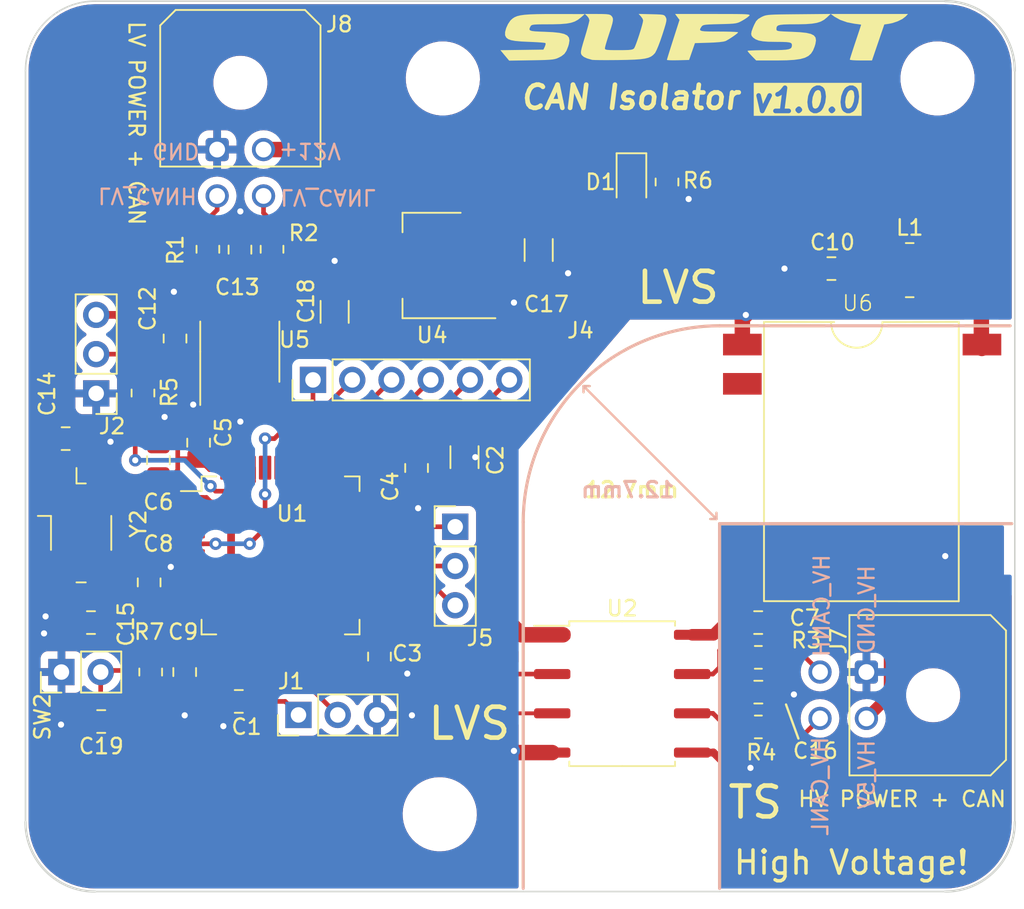
<source format=kicad_pcb>
(kicad_pcb (version 20221018) (generator pcbnew)
  (title_block (title "CAN Isolator") (date "2024-02-08") (rev "1.0.0") (company "SUFST - Southampton University Formula Student Team") (comment 1 "STAG X") (comment 2 "Tom Bodily") (comment 3 "Joe Pater"))
  (layers (0 "F.Cu" signal) (31 "B.Cu" signal) (34 "B.Paste" user) (35 "F.Paste" user) (36 "B.SilkS" user "B.Silkscreen") (37 "F.SilkS" user "F.Silkscreen") (38 "B.Mask" user) (39 "F.Mask" user) (44 "Edge.Cuts" user))
  (net 0 "")
  (net 1 "+3.3V")
  (net 2 "GND")
  (net 3 "+3.3VA")
  (net 4 "+12V")
  (net 5 "Net-(C13-Pad1)")
  (net 6 "Net-(U1-PD0)")
  (net 7 "Net-(U1-PD1)")
  (net 8 "Net-(C16-Pad1)")
  (net 9 "GND2")
  (net 10 "Net-(D1-K)")
  (net 11 "Net-(J1-Pin_2)")
  (net 12 "Net-(J2-Pin_2)")
  (net 13 "USART1_RX")
  (net 14 "USART1_TX")
  (net 15 "USART1_CK")
  (net 16 "SYS_NJTRST")
  (net 17 "SYS_JTDI")
  (net 18 "SYS_JTDO")
  (net 19 "SYS_JTCK-SW")
  (net 20 "SYS_JTMS-SWDIO")
  (net 21 "HV_CANL")
  (net 22 "HV_CANH")
  (net 23 "LV_CANL")
  (net 24 "LV_CANH")
  (net 25 "Net-(U6-+VIN)")
  (net 26 "Net-(U1-BOOT0)")
  (net 48 "MCU_CAN2_RX")
  (net 49 "MCU_CAN2_TX")
  (net 65 "MCU_CAN1_RX")
  (net 66 "MCU_CAN1_TX")
  (net 67 "+5P")
  (net 72 "NReset")
  (footprint "Resistor_SMD:R_0805_2012Metric_Pad1.20x1.40mm_HandSolder" (layer "F.Cu") (at 178.31 99.35)
    (fp_text reference "R3")
    (fp_text value "60R")
  )
  (footprint "Capacitor_SMD:C_1206_3216Metric_Pad1.33x1.80mm_HandSolder" (layer "F.Cu") (at 159.3 86.4 -90)
    (fp_text reference "C2")
    (fp_text value "4.7u")
  )
  (footprint "Capacitor_SMD:C_0805_2012Metric_Pad1.18x1.45mm_HandSolder" (layer "F.Cu") (at 138.9 94.5 90)
    (fp_text reference "C8")
    (fp_text value "10n")
  )
  (footprint "Connector_PinHeader_2.54mm:PinHeader_1x03_P2.54mm_Vertical" (layer "F.Cu") (at 148.56 103.075 90)
    (fp_text reference "J1")
    (fp_text value "BOOT1")
  )
  (footprint "Capacitor_SMD:C_1206_3216Metric_Pad1.33x1.80mm_HandSolder" (layer "F.Cu") (at 164.1 73 -90)
    (fp_text reference "C17")
    (fp_text value "10u")
  )
  (footprint "Capacitor_SMD:C_0805_2012Metric_Pad1.18x1.45mm_HandSolder" (layer "F.Cu") (at 140.575 78.725 -90)
    (fp_text reference "C12")
    (fp_text value "100n")
  )
  (footprint "Capacitor_SMD:C_0805_2012Metric_Pad1.18x1.45mm_HandSolder" (layer "F.Cu") (at 183.0375 74.2 180)
    (fp_text reference "C10")
    (fp_text value "10u")
  )
  (footprint "Capacitor_SMD:C_0805_2012Metric_Pad1.18x1.45mm_HandSolder" (layer "F.Cu") (at 144.775 72.975 90)
    (fp_text reference "C13")
    (fp_text value "4.7n")
  )
  (footprint "SUFST:RLS-397" (layer "F.Cu") (at 188.1 74.3)
    (fp_text reference "L1")
    (fp_text value "3.9u")
  )
  (footprint "Capacitor_SMD:C_0805_2012Metric_Pad1.18x1.45mm_HandSolder" (layer "F.Cu") (at 178.3 97.1)
    (fp_text reference "C7")
    (fp_text value "10u")
  )
  (footprint "Package_SO:SOIC-8_3.9x4.9mm_P1.27mm" (layer "F.Cu") (at 144.765 79.575 90)
    (fp_text reference "U5")
    (fp_text value "MAX3051ESA+")
  )
  (footprint "Capacitor_SMD:C_0805_2012Metric_Pad1.18x1.45mm_HandSolder" (layer "F.Cu") (at 139.5 86.6 90)
    (fp_text reference "C6")
    (fp_text value "100n")
  )
  (footprint "Capacitor_SMD:C_0805_2012Metric_Pad1.18x1.45mm_HandSolder" (layer "F.Cu") (at 142.1 85.4625 90)
    (fp_text reference "C5")
    (fp_text value "100n")
  )
  (footprint "Resistor_SMD:R_0805_2012Metric_Pad1.20x1.40mm_HandSolder" (layer "F.Cu") (at 178.31 103.85 180)
    (fp_text reference "R4")
    (fp_text value "60R")
  )
  (footprint "Connector_Molex:Molex_Micro-Fit_3.0_43045-0400_2x02_P3.00mm_Horizontal" (layer "F.Cu") (at 143.3 66.5)
    (fp_text reference "J8")
    (fp_text value "LOWVOLTAGE CAN")
  )
  (footprint "SUFST:SMDIP-14_15.5mm" (layer "F.Cu") (at 177.275 79.115)
    (fp_text reference "U6")
    (fp_text value "RSH3-1205S")
  )
  (footprint "Resistor_SMD:R_0805_2012Metric_Pad1.20x1.40mm_HandSolder" (layer "F.Cu") (at 146.85 72.95 -90)
    (fp_text reference "R2")
    (fp_text value "60R")
  )
  (footprint "Capacitor_SMD:C_0805_2012Metric_Pad1.18x1.45mm_HandSolder" (layer "F.Cu") (at 178.31 101.6)
    (fp_text reference "C16")
    (fp_text value "4.7n")
  )
  (footprint "SUFST:sufst-text" (layer "F.Cu") (at 174.8 59.2)
    (fp_text reference "G***" hide)
    (fp_text value "LOGO" hide)
  )
  (footprint "Package_TO_SOT_SMD:SOT-223-3_TabPin2" (layer "F.Cu") (at 157.2 74 180)
    (fp_text reference "U4")
    (fp_text value "AZ1117CH-3.3TRG1")
  )
  (footprint "Connector_PinHeader_2.54mm:PinHeader_1x02_P2.54mm_Vertical" (layer "F.Cu") (at 133.225 100.3 90)
    (fp_text reference "SW2")
    (fp_text value "SW_Push")
  )
  (footprint "LED_SMD:LED_0805_2012Metric_Pad1.15x1.40mm_HandSolder" (layer "F.Cu") (at 170.1 68.6 -90)
    (fp_text reference "D1")
    (fp_text value "LED")
  )
  (footprint "MountingHole:MountingHole_4.3mm_M4" (layer "F.Cu") (at 157.7 109.5)
    (fp_text reference "H1" hide)
    (fp_text value "MountingHole")
  )
  (footprint "Resistor_SMD:R_0805_2012Metric_Pad1.20x1.40mm_HandSolder" (layer "F.Cu") (at 142.7 72.95 90)
    (fp_text reference "R1")
    (fp_text value "60R")
  )
  (footprint "Capacitor_SMD:C_1206_3216Metric_Pad1.33x1.80mm_HandSolder" (layer "F.Cu") (at 150.9 77 90)
    (fp_text reference "C18")
    (fp_text value "22u")
  )
  (footprint "MountingHole:MountingHole_4.3mm_M4" (layer "F.Cu") (at 157.9 61.9)
    (fp_text reference "H2" hide)
    (fp_text value "MountingHole")
  )
  (footprint "Connector_PinHeader_2.54mm:PinHeader_1x03_P2.54mm_Vertical" (layer "F.Cu") (at 135.475 82.275 180)
    (fp_text reference "J2")
    (fp_text value "BOOT0")
  )
  (footprint "Resistor_SMD:R_0805_2012Metric_Pad1.20x1.40mm_HandSolder" (layer "F.Cu") (at 139 100.3 90)
    (fp_text reference "R7")
    (fp_text value "10k")
  )
  (footprint "Crystal:Crystal_SMD_0603-4Pin_6.0x3.5mm_HandSoldering" (layer "F.Cu") (at 134.5 91.3 -90)
    (fp_text reference "Y2")
    (fp_text value "406C35E25M00000")
  )
  (footprint "Connector_PinHeader_2.54mm:PinHeader_1x06_P2.54mm_Vertical" (layer "F.Cu") (at 149.5 81.4 90)
    (fp_text reference "J4")
    (fp_text value "JTAG5")
  )
  (footprint "Resistor_SMD:R_0805_2012Metric_Pad1.20x1.40mm_HandSolder" (layer "F.Cu") (at 172.4 68.6 90)
    (fp_text reference "R6")
    (fp_text value "1k")
  )
  (footprint "Package_QFP:LQFP-64_10x10mm_P0.5mm" (layer "F.Cu") (at 147.4 92.755)
    (fp_text reference "U1")
    (fp_text value "STM32F105RBTx")
  )
  (footprint "Capacitor_SMD:C_0805_2012Metric_Pad1.18x1.45mm_HandSolder" (layer "F.Cu") (at 156.2 87.1 -90)
    (fp_text reference "C4")
    (fp_text value "100n")
  )
  (footprint "Capacitor_SMD:C_0805_2012Metric_Pad1.18x1.45mm_HandSolder" (layer "F.Cu") (at 135.8 103.5 180)
    (fp_text reference "C19")
    (fp_text value "100n")
  )
  (footprint "Connector_Molex:Molex_Micro-Fit_3.0_43045-0400_2x02_P3.00mm_Horizontal" (layer "F.Cu") (at 185.3 100.3 -90)
    (fp_text reference "J7")
    (fp_text value "HIGHVOLTAGE CAN")
  )
  (footprint "Connector_PinHeader_2.54mm:PinHeader_1x03_P2.54mm_Vertical" (layer "F.Cu") (at 158.7 90.9)
    (fp_text reference "J5")
    (fp_text value "USART1")
  )
  (footprint "Capacitor_SMD:C_0805_2012Metric_Pad1.18x1.45mm_HandSolder" (layer "F.Cu") (at 144.7 102.2 180)
    (fp_text reference "C1")
    (fp_text value "100n")
  )
  (footprint "Resistor_SMD:R_0805_2012Metric_Pad1.20x1.40mm_HandSolder" (layer "F.Cu") (at 138.5 82.25 -90)
    (fp_text reference "R5")
    (fp_text value "100")
  )
  (footprint "Capacitor_SMD:C_0805_2012Metric_Pad1.18x1.45mm_HandSolder" (layer "F.Cu") (at 135.1375 97.1 180)
    (fp_text reference "C15")
    (fp_text value "20p")
  )
  (footprint "Capacitor_SMD:C_0805_2012Metric_Pad1.18x1.45mm_HandSolder" (layer "F.Cu") (at 141.2 100.3 -90)
    (fp_text reference "C9")
    (fp_text value "1u")
  )
  (footprint "Package_SO:SOP-8_6.62x9.15mm_P2.54mm" (layer "F.Cu") (at 169.5 101.7)
    (fp_text reference "U2")
    (fp_text value "ISO1050DUB")
  )
  (footprint "MountingHole:MountingHole_4.3mm_M4" (layer "F.Cu") (at 189.9 61.9)
    (fp_text reference "H3" hide)
    (fp_text value "MountingHole")
  )
  (footprint "Capacitor_SMD:C_0805_2012Metric_Pad1.18x1.45mm_HandSolder" (layer "F.Cu") (at 133.5 85.2)
    (fp_text reference "C14")
    (fp_text value "20p")
  )
  (footprint "Capacitor_SMD:C_0805_2012Metric_Pad1.18x1.45mm_HandSolder" (layer "F.Cu") (at 153.8 99.3 -90)
    (fp_text reference "C3")
    (fp_text value "100n")
  )
  (footprint "NetTie:NetTie-2_SMD_Pad0.5mm" (layer "F.Cu") (at 140.4 97.1)
    (fp_text reference "NT1" hide)
    (fp_text value "NetTie_2" hide)
  )
  (gr_line (start 167 81.8) (end 167 82.2) (stroke (width 0.15)) (layer "B.SilkS"))
  (gr_line (start 163.1 114.3) (end 163.1 90.6) (stroke (width 0.2)) (layer "B.SilkS"))
  (gr_line (start 175.8 77.9) (end 194.6 77.9) (stroke (width 0.2)) (layer "B.SilkS"))
  (gr_line (start 167 81.8) (end 167.4 81.8) (stroke (width 0.15)) (layer "B.SilkS"))
  (gr_line (start 175.8 90.7) (end 175.8 114.3) (stroke (width 0.2)) (layer "B.SilkS"))
  (gr_line (start 175.6 90.4) (end 175.6 90) (stroke (width 0.15)) (layer "B.SilkS"))
  (gr_arc (start 163.1 90.6) (mid 166.819744 81.619744) (end 175.8 77.9) (stroke (width 0.2)) (layer "B.SilkS"))
  (gr_line (start 175.8 90.7) (end 194.7 90.7) (stroke (width 0.2)) (layer "B.SilkS"))
  (gr_line (start 175.6 90.4) (end 175.2 90.4) (stroke (width 0.15)) (layer "B.SilkS"))
  (gr_line (start 175.6 90.4) (end 167 81.8) (stroke (width 0.15)) (layer "B.SilkS"))
  (gr_line (start 175.8 90.8) (end 175.8 114.2) (stroke (width 0.2)) (layer "F.SilkS"))
  (gr_line (start 180.9 104.6) (end 180.1 102.4) (stroke (width 0.15)) (layer "F.SilkS"))
  (gr_line (start 175.8 77.9) (end 178.3 77.9) (stroke (width 0.2)) (layer "F.SilkS"))
  (gr_line (start 175.8 90.7) (end 178.3 90.7) (stroke (width 0.2)) (layer "F.SilkS"))
  (gr_line (start 191.7 77.9) (end 194.6 77.9) (stroke (width 0.2)) (layer "F.SilkS"))
  (gr_arc (start 163.1 90.6) (mid 166.819744 81.619744) (end 175.8 77.9) (stroke (width 0.2)) (layer "F.SilkS"))
  (gr_line (start 175.6 90.4) (end 167 81.8) (stroke (width 0.15)) (layer "F.SilkS"))
  (gr_line (start 179.05 90.7) (end 190.9 90.7) (stroke (width 0.2)) (layer "F.SilkS"))
  (gr_line (start 175.6 90.4) (end 175.2 90.4) (stroke (width 0.15)) (layer "F.SilkS"))
  (gr_line (start 179.1 77.9) (end 182.6 77.9) (stroke (width 0.2)) (layer "F.SilkS"))
  (gr_line (start 191.65 90.7) (end 194.7 90.7) (stroke (width 0.2)) (layer "F.SilkS"))
  (gr_line (start 175.6 90.4) (end 175.6 90) (stroke (width 0.15)) (layer "F.SilkS"))
  (gr_line (start 163.1 114.2) (end 163.1 90.6) (stroke (width 0.2)) (layer "F.SilkS"))
  (gr_line (start 167 81.8) (end 167 82.2) (stroke (width 0.15)) (layer "F.SilkS"))
  (gr_line (start 167 81.8) (end 167.4 81.8) (stroke (width 0.15)) (layer "F.SilkS"))
  (gr_line (start 186.7 77.9) (end 190.9 77.9) (stroke (width 0.2)) (layer "F.SilkS"))
  (gr_line (start 135.4 56.9) (end 190.4 56.9) (stroke (width 0.1)) (layer "Edge.Cuts"))
  (gr_line (start 190.4 114.5) (end 135.4 114.5) (stroke (width 0.1)) (layer "Edge.Cuts"))
  (gr_arc (start 190.4 56.9) (mid 193.581981 58.218019) (end 194.9 61.4) (stroke (width 0.15)) (layer "Edge.Cuts"))
  (gr_line (start 130.9 110) (end 130.9 61.4) (stroke (width 0.1)) (layer "Edge.Cuts"))
  (gr_arc (start 130.9 61.4) (mid 132.218019 58.218019) (end 135.4 56.9) (stroke (width 0.1)) (layer "Edge.Cuts"))
  (gr_line (start 194.9 61.4) (end 194.9 110) (stroke (width 0.1)) (layer "Edge.Cuts"))
  (gr_arc (start 135.4 114.5) (mid 132.218019 113.181981) (end 130.9 110) (stroke (width 0.15)) (layer "Edge.Cuts"))
  (gr_arc (start 194.9 110) (mid 193.581981 113.181981) (end 190.4 114.5) (stroke (width 0.15)) (layer "Edge.Cuts"))
  (gr_text "+12V" (at 147.2 66 180) (layer "B.SilkS") (effects (font (size 1 1)) (justify left bottom mirror)))
  (gr_text "HV_CANH" (at 183 92.6 90) (layer "B.SilkS") (effects (font (size 1 1)) (justify left bottom mirror)))
  (gr_text "LV_CANH" (at 135.5 68.9 180) (layer "B.SilkS") (effects (font (size 1 1)) (justify left bottom mirror)))
  (gr_text "LV_CANL" (at 147.3 69 180) (layer "B.SilkS") (effects (font (size 1 1)) (justify left bottom mirror)))
  (gr_text "HV_5V" (at 185.9 104.6 90) (layer "B.SilkS") (effects (font (size 1 1)) (justify left bottom mirror)))
  (gr_text "GND" (at 139 66 180) (layer "B.SilkS") (effects (font (size 1 1)) (justify left bottom mirror)))
  (gr_text "HV_CANL" (at 182.9 104.4 90) (layer "B.SilkS") (effects (font (size 1 1)) (justify left bottom mirror)))
  (gr_text "HV_GND" (at 185.9 93.3 90) (layer "B.SilkS") (effects (font (size 1 1)) (justify left bottom mirror)))
  (gr_text "12.7mm" (at 173 89.1) (layer "B.SilkS") (effects (font (size 1 1) (thickness 0.2) bold) (justify left bottom mirror)))
  (gr_text "LVS" (at 156.8 104.8) (layer "F.SilkS") (effects (font (size 2 2) (thickness 0.3)) (justify left bottom)))
  (gr_text "LVS" (at 170.3 76.6) (layer "F.SilkS") (effects (font (size 2 2) (thickness 0.3)) (justify left bottom)))
  (gr_text "v1.0.0" (at 177.8 64.2) (layer "F.SilkS" knockout) (effects (font (size 1.5 1.5) (thickness 0.3) bold italic) (justify left bottom)))
  (gr_text "HV POWER + CAN" (at 180.8 109.1) (layer "F.SilkS") (effects (font (size 1 1)) (justify left bottom)))
  (gr_text "TS" (at 176.2 109.9) (layer "F.SilkS") (effects (font (size 2 2) (thickness 0.3)) (justify left bottom)))
  (gr_text "High Voltage!" (at 176.6 113.5) (layer "F.SilkS") (effects (font (size 1.5 1.5) (thickness 0.225)) (justify left bottom)))
  (gr_text "CAN Isolator" (at 162.8 64) (layer "F.SilkS") (effects (font (size 1.5 1.5) (thickness 0.3) bold italic) (justify left bottom)))
  (gr_text "LV POWER + CAN" (at 137.5 58.1 270) (layer "F.SilkS") (effects (font (size 1 1)) (justify left bottom)))
  (gr_text "12.7mm" (at 167 89.1) (layer "F.SilkS") (effects (font (size 1 1) (thickness 0.2) bold) (justify left bottom)))
  (segment (start 140.905 97.105) (end 140.9 97.1) (width 0.5) (layer "F.Cu") (net 1))
  (segment (start 144.65 97) (end 144.65 98.43) (width 0.3) (layer "F.Cu") (net 1))
  (segment (start 165.2 82.1) (end 162.4625 84.8375) (width 1) (layer "F.Cu") (net 1))
  (segment (start 147.7 102.2) (end 145.7375 102.2) (width 0.3) (layer "F.Cu") (net 1))
  (segment (start 136.795 77.195) (end 135.475 77.195) (width 0.5) (layer "F.Cu") (net 1))
  (segment (start 140.95 80.1375) (end 140.575 79.7625) (width 0.3) (layer "F.Cu") (net 1))
  (segment (start 144.2 90.6) (end 143 89.4) (width 0.5) (layer "F.Cu") (net 1))
  (segment (start 156.7 85.9625) (end 156.7 85.8) (width 1) (layer "F.Cu") (net 1))
  (segment (start 155.6 74) (end 157 75.4) (width 1) (layer "F.Cu") (net 1))
  (segment (start 156.8375 78.5625) (end 156.9 78.5) (width 1) (layer "F.Cu") (net 1))
  (segment (start 141.2 99.2625) (end 139.0625 99.2625) (width 0.5) (layer "F.Cu") (net 1))
  (segment (start 139.0625 99.2625) (end 139 99.2) (width 0.5) (layer "F.Cu") (net 1))
  (segment (start 140.5375 79.8) (end 139.4 79.8) (width 0.5) (layer "F.Cu") (net 1))
  (segment (start 161.7 84.9375) (end 161.8 84.8375) (width 1) (layer "F.Cu") (net 1))
  (segment (start 145.4 82.05) (end 145.4 79.7) (width 0.5) (layer "F.Cu") (net 1))
  (segment (start 143.65 87.08) (end 143.53 87.2) (width 0.3) (layer "F.Cu") (net 1))
  (segment (start 142.1 86.5) (end 140.75 86.5) (width 0.3) (layer "F.Cu") (net 1))
  (segment (start 143.53 87.2) (end 142.8 87.2) (width 0.3) (layer "F.Cu") (net 1))
  (segment (start 142.8 87.2) (end 141.9375 86.3375) (width 0.3) (layer "F.Cu") (net 1))
  (segment (start 141.4375 97.105) (end 140.905 97.105) (width 0.5) (layer "F.Cu") (net 1))
  (segment (start 142.605 89.005) (end 143 89.4) (width 0.3) (layer "F.Cu") (net 1))
  (segment (start 148.3375 78.5625) (end 150.9 78.5625) (width 0.5) (layer "F.Cu") (net 1))
  (segment (start 144.2 97) (end 144.2 90.6) (width 0.5) (layer "F.Cu") (net 1))
  (segment (start 164.65 78.55) (end 165.2 79.1) (width 1) (layer "F.Cu") (net 1))
  (segment (start 161.7 96.6) (end 161.7 84.9375) (width 1) (layer "F.Cu") (net 1))
  (segment (start 151.15 98.43) (end 153.6325 98.43) (width 0.3) (layer "F.Cu") (net 1))
  (segment (start 140.75 87.25) (end 140.75 86.5) (width 0.3) (layer "F.Cu") (net 1))
  (segment (start 165.2 79.1) (end 165.2 82.1) (width 1) (layer "F.Cu") (net 1))
  (segment (start 142.647462 97.1) (end 150.7 97.1) (width 0.5) (layer "F.Cu") (net 1))
  (segment (start 158.5 74.25) (end 157 75.75) (width 1) (layer "F.Cu") (net 1))
  (segment (start 148.56 103.075) (end 148.56 103.06) (width 0.3) (layer "F.Cu") (net 1))
  (segment (start 162.99 97.89) (end 161.7 96.6) (width 1) (layer "F.Cu") (net 1))
  (segment (start 139.755 89.005) (end 139.5 88.75) (width 0.3) (layer "F.Cu") (net 1))
  (segment (start 141.9375 86.3375) (end 141.7625 86.3375) (width 0.3) (layer "F.Cu") (net 1))
  (segment (start 145.7375 100.4375) (end 145.7375 102.2) (width 0.3) (layer "F.Cu") (net 1))
  (segment (start 156.95 78.55) (end 164.65 78.55) (width 1) (layer "F.Cu") (net 1))
  (segment (start 161.8 84.8375) (end 161.3 84.8375) (width 1) (layer "F.Cu") (net 1))
  (segment (start 144.65 99.35) (end 145.7375 100.4375) (width 0.3) (layer "F.Cu") (net 1))
  (segment (start 153.6325 98.43) (end 153.8 98.2625) (width 0.3) (layer "F.Cu") (net 1))
  (segment (start 157 75.4) (end 157 75.75) (width 1) (layer "F.Cu") (net 1))
  (segment (start 139.5 87.6375) (end 140.3625 87.6375) (width 0.3) (layer "F.Cu") (net 1))
  (segment (start 154.05 74) (end 155.6 74) (width 1) (layer "F.Cu") (net 1))
  (segment (start 139.5 88.75) (end 139.5 87.6375) (width 0.3) (layer "F.Cu") (net 1))
  (segment (start 157 75.75) (end 157 78.2) (width 1) (layer "F.Cu") (net 1))
  (segment (start 141.725 89.005) (end 139.755 89.005) (width 0.3) (layer "F.Cu") (net 1))
  (segment (start 162.4625 84.8375) (end 161.8 84.8375) (width 1) (layer "F.Cu") (net 1))
  (segment (start 141.4375 99.1) (end 141.4375 97.105) (width 0.5) (layer "F.Cu") (net 1))
  (segment (start 140.3625 87.6375) (end 140.75 87.25) (width 0.3) (layer "F.Cu") (net 1))
  (segment (start 156.9 78.5) (end 156.95 78.55) (width 1) (layer "F.Cu") (net 1))
  (segment (start 155.6375 85.9625) (end 156.7 85.9625) (width 0.3) (layer "F.Cu") (net 1))
  (segment (start 160.35 74.25) (end 158.5 74.25) (width 1) (layer "F.Cu") (net 1))
  (segment (start 153.075 89.005) (end 153.075 88.525) (width 0.3) (layer "F.Cu") (net 1))
  (segment (start 142.642462 97.105) (end 142.647462 97.1) (width 0.5) (layer "F.Cu") (net 1))
  (segment (start 150.9 78.5625) (end 156.8375 78.5625) (width 1) (layer "F.Cu") (net 1))
  (segment (start 140.575 79.7625) (end 140.5375 79.8) (width 0.5) (layer "F.Cu") (net 1))
  (segment (start 156.4175 85.6625) (end 156.7 85.6625) (width 0.3) (layer "F.Cu") (net 1))
  (segment (start 153.075 88.525) (end 155.6375 85.9625) (width 0.3) (layer "F.Cu") (net 1))
  (segment (start 147.2 79.7) (end 148.3375 78.5625) (width 0.5) (layer "F.Cu") (net 1))
  (segment (start 148.56 103.06) (end 147.7 102.2) (width 0.3) (layer "F.Cu") (net 1))
  (segment (start 140.75 86.5) (end 140.75 79.9375) (width 0.3) (layer "F.Cu") (net 1))
  (segment (start 151.15 97.55) (end 150.7 97.1) (width 0.3) (layer "F.Cu") (net 1))
  (segment (start 140.75 79.9375) (end 140.575 79.7625) (width 0.3) (layer "F.Cu") (net 1))
  (segment (start 145.4 79.7) (end 140.6375 79.7) (width 0.5) (layer "F.Cu") (net 1))
  (segment (start 144.65 98.43) (end 144.65 99.35) (width 0.3) (layer "F.Cu") (net 1))
  (segment (start 161.3 84.8375) (end 159.3 84.8375) (width 1) (layer "F.Cu") (net 1))
  (segment (start 145.4 79.7) (end 147.2 79.7) (width 0.5) (layer "F.Cu") (net 1))
  (segment (start 165.675 97.89) (end 162.99 97.89) (width 1) (layer "F.Cu") (net 1))
  (segment (start 156.7 85.8) (end 157.6625 84.8375) (width 1) (layer "F.Cu") (net 1))
  (segment (start 139.4 79.8) (end 136.795 77.195) (width 0.5) (layer "F.Cu") (net 1))
  (segment (start 140.6375 79.7) (end 140.575 79.7625) (width 0.5) (layer "F.Cu") (net 1))
  (segment (start 141.4375 97.105) (end 142.642462 97.105) (width 0.5) (layer "F.Cu") (net 1))
  (segment (start 141.725 89.005) (end 142.605 89.005) (width 0.3) (layer "F.Cu") (net 1))
  (segment (start 151.15 98.43) (end 151.15 97.55) (width 0.3) (layer "F.Cu") (net 1))
  (segment (start 157.6625 84.8375) (end 159.3 84.8375) (width 1) (layer "F.Cu") (net 1))
  (segment (start 139.9 85.1625) (end 139.5 85.5625) (width 0.5) (layer "F.Cu") (net 2))
  (segment (start 177.275 79.115) (end 177.275 77.425) (width 1) (layer "F.Cu") (net 2))
  (segment (start 144.13 82.05) (end 144.13 83.43) (width 0.5) (layer "F.Cu") (net 2))
  (segment (start 144.13 83.43) (end 144.8 84.1) (width 0.5) (layer "F.Cu") (net 2))
  (segment (start 162.61 105.51) (end 162.5 105.4) (width 1) (layer "F.Cu") (net 2))
  (segment (start 139.9 83.8) (end 139.9 85.1625) (width 0.5) (layer "F.Cu") (net 2))
  (segment (start 150.65 98.43) (end 150.65 99.65) (width 0.3) (layer "F.Cu") (net 2))
  (segment (start 138.9 93.4625) (end 138.9 94.2) (width 0.3) (layer "F.Cu") (net 2))
  (segment (start 144.15 85.5875) (end 142.9875 84.425) (width 0.3) (layer "F.Cu") (net 2))
  (segment (start 141.75 83) (end 141.75 84.075) (width 0.5) (layer "F.Cu") (net 2))
  (segment (start 153.075 89.505) (end 154.8325 89.505) (width 0.3) (layer "F.Cu") (net 2))
  (segment (start 144.15 99.45) (end 143.6625 99.9375) (width 0.3) (layer "F.Cu") (net 2))
  (segment (start 159.225 88.0375) (end 159.3 87.9625) (width 1) (layer "F.Cu") (net 2))
  (segment (start 141.5125 77.6875) (end 142.1 77.1) (width 0.5) (layer "F.Cu") (net 2))
  (segment (start 138.9 93.5625) (end 140.2375 93.5625) (width 0.3) (layer "F.Cu") (net 2))
  (segment (start 144.15 98.43) (end 144.15 99.45) (width 0.3) (layer "F.Cu") (net 2))
  (segment (start 132.8775 94.0225) (end 132.95 93.95) (width 0.5) (layer "F.Cu") (net 2))
  (segment (start 140.575 77.6875) (end 141.5125 77.6875) (width 0.5) (layer "F.Cu") (net 2))
  (segment (start 150.65 99.65) (end 151.3375 100.3375) (width 0.3) (layer "F.Cu") (net 2))
  (segment (start 151.3375 100.3375) (end 153.8 100.3375) (width 0.3) (layer "F.Cu") (net 2))
  (segment (start 150.9 73.739927) (end 150.859622 73.699549) (width 0.5) (layer "F.Cu") (net 2))
  (segment (start 143.6625 99.9375) (end 143.6625 102.2) (width 0.3) (layer "F.Cu") (net 2))
  (segment (start 150.8375 75.4375) (end 150.8 75.4) (width 0.3) (layer "F.Cu") (net 2))
  (segment (start 142.1 77.1) (end 142.86 77.1) (width 0.5) (layer "F.Cu") (net 2))
  (segment (start 140.2375 93.5625) (end 140.3 93.5) (width 0.3) (layer "F.Cu") (net 2))
  (segment (start 139.205 94.505) (end 141.725 94.505) (width 0.3) (layer "F.Cu") (net 2))
  (segment (start 154.8325 89.505) (end 156.2 88.1375) (width 0.3) (layer "F.Cu") (net 2))
  (segment (start 138.9 94.2) (end 139.205 94.505) (width 0.3) (layer "F.Cu") (net 2))
  (segment (start 142.9875 84.425) (end 142.2625 84.425) (width 0.3) (layer "F.Cu") (net 2))
  (segment (start 135.6375 88.2375) (end 136.05 88.65) (width 0.5) (layer "F.Cu") (net 2))
  (segment (start 141.75 84.075) (end 142.1 84.425) (width 0.5) (layer "F.Cu") (net 2))
  (segment (start 150.9 75.4375) (end 150.8375 75.4375) (width 0.3) (layer "F.Cu") (net 2))
  (segment (start 144.15 87.08) (end 144.15 85.5875) (width 0.3) (layer "F.Cu") (net 2))
  (segment (start 177.275 77.425) (end 177.5 77.2) (width 1) (layer "F.Cu") (net 2))
  (segment (start 164.975 105.51) (end 162.61 105.51) (width 1) (layer "F.Cu") (net 2))
  (via (at 144.8 84.1) (size 0.8) (drill 0.4) (layers "F.Cu" "B.Cu") (net 2))
  (via (at 132.1 97.8) (size 0.8) (drill 0.4) (layers "F.Cu" "B.Cu") (net 2))
  (via (at 141.75 83) (size 0.8) (drill 0.4) (layers "F.Cu" "B.Cu") (net 2))
  (via (at 140.3 93.5) (size 0.8) (drill 0.4) (layers "F.Cu" "B.Cu") (net 2))
  (via (at 162.5 105.4) (size 0.8) (drill 0.4) (layers "F.Cu" "B.Cu") (net 2))
  (via (at 144.8 70.5) (size 0.8) (drill 0.4) (layers "F.Cu" "B.Cu") (net 2))
  (via (at 155.6 100.4) (size 0.8) (drill 0.4) (layers "F.Cu" "B.Cu") (net 2))
  (via (at 180 74.2) (size 0.8) (drill 0.4) (layers "F.Cu" "B.Cu") (net 2))
  (via (at 150.9 73.7) (size 0.8) (drill 0.4) (layers "F.Cu" "B.Cu") (net 2))
  (via (at 177.5 77.2) (size 0.8) (drill 0.4) (layers "F.Cu" "B.Cu") (net 2))
  (via (at 166 74.5) (size 0.8) (drill 0.4) (layers "F.Cu" "B.Cu") (net 2))
  (via (at 139.9 83.8) (size 0.8) (drill 0.4) (layers "F.Cu" "B.Cu") (net 2))
  (via (at 132.2 96.7) (size 0.8) (drill 0.4) (layers "F.Cu" "B.Cu") (net 2))
  (via (at 156.3 89.7) (size 0.8) (drill 0.4) (layers "F.Cu" "B.Cu") (net 2))
  (via (at 155.9 103.1) (size 0.8) (drill 0.4) (layers "F.Cu" "B.Cu") (net 2))
  (via (at 136.4 85.4) (size 0.8) (drill 0.4) (layers "F.Cu" "B.Cu") (net 2))
  (via (at 173.8 69.7) (size 0.8) (drill 0.4) (layers "F.Cu" "B.Cu") (net 2))
  (via (at 140.5 75.7) (size 0.8) (drill 0.4) (layers "F.Cu" "B.Cu") (net 2))
  (via (at 133.2 103.7) (size 0.8) (drill 0.4) (layers "F.Cu" "B.Cu") (net 2))
  (via (at 143.7 103.8) (size 0.8) (drill 0.4) (layers "F.Cu" "B.Cu") (net 2))
  (via (at 141.2 103.1) (size 0.8) (drill 0.4) (layers "F.Cu" "B.Cu") (net 2))
  (via (at 162.5 76.4) (size 0.8) (drill 0.4) (layers "F.Cu" "B.Cu") (net 2))
  (via (at 160 86.4) (size 0.8) (drill 0.4) (layers "F.Cu" "B.Cu") (net 2))
  (segment (start 140.77 95.005) (end 140.1375 95.6375) (width 0.3) (layer "F.Cu") (net 3))
  (segment (start 138.9 96.8) (end 138.9 95.6375) (width 0.5) (layer "F.Cu") (net 3))
  (segment (start 139.9 97.1) (end 139.2 97.1) (width 0.5) (layer "F.Cu") (net 3))
  (segment (start 139.2 97.1) (end 138.9 96.8) (width 0.5) (layer "F.Cu") (net 3))
  (segment (start 141.725 95.005) (end 140.77 95.005) (width 0.3) (layer "F.Cu") (net 3))
  (segment (start 140.1375 95.6375) (end 138.9 95.6375) (width 0.3) (layer "F.Cu") (net 3))
  (segment (start 184.275 71.45) (end 184.2625 71.4375) (width 1) (layer "F.Cu") (net 4))
  (segment (start 184.275 71.45) (end 185.55 72.725) (width 0.5) (layer "F.Cu") (net 4))
  (segment (start 186.75 73.925) (end 184.275 71.45) (width 1) (layer "F.Cu") (net 4))
  (segment (start 169.9 71.4375) (end 164.1 71.4375) (width 1) (layer "F.Cu") (net 4))
  (segment (start 170.1 69.625) (end 169.875 69.625) (width 0.3) (layer "F.Cu") (net 4))
  (segment (start 170.1 69.625) (end 170.1 71.2375) (width 0.3) (layer "F.Cu") (net 4))
  (segment (start 157.5 71.7) (end 152.3 66.5) (width 1) (layer "F.Cu") (net 4))
  (segment (start 184.2625 71.4375) (end 169.9 71.4375) (width 1) (layer "F.Cu") (net 4))
  (segment (start 186.75 74.3) (end 186.75 73.925) (width 1) (layer "F.Cu") (net 4))
  (segment (start 170.1 71.2375) (end 169.9 71.4375) (width 0.3) (layer "F.Cu") (net 4))
  (segment (start 185.55 72.725) (end 184.075 74.2) (width 0.5) (layer "F.Cu") (net 4))
  (segment (start 152.3 66.5) (end 146.3 66.5) (width 1) (layer "F.Cu") (net 4))
  (segment (start 160.35 71.7) (end 157.5 71.7) (width 1) (layer "F.Cu") (net 4))
  (segment (start 160.8 71.5) (end 164.0375 71.5) (width 1) (layer "F.Cu") (net 4))
  (segment (start 164.0375 71.5) (end 164.1 71.4375) (width 1) (layer "F.Cu") (net 4))
  (segment (start 160.35 71.95) (end 160.8 71.5) (width 1) (layer "F.Cu") (net 4))
  (segment (start 144.775 74.0125) (end 146.7875 74.0125) (width 0.3) (layer "F.Cu") (net 5))
  (segment (start 142.7 73.95) (end 144.7125 73.95) (width 0.3) (layer "F.Cu") (net 5))
  (segment (start 144.7125 73.95) (end 144.775 74.0125) (width 0.3) (layer "F.Cu") (net 5))
  (segment (start 146.7875 74.0125) (end 146.85 73.95) (width 0.3) (layer "F.Cu") (net 5))
  (segment (start 141.725 91.005) (end 133.305 91.005) (width 0.3) (layer "F.Cu") (net 6))
  (segment (start 133.305 91.005) (end 132.95 90.65) (width 0.3) (layer "F.Cu") (net 6))
  (segment (start 133.5625 88.0375) (end 132.95 88.65) (width 0.5) (layer "F.Cu") (net 6))
  (segment (start 132.95 90.65) (end 132.95 88.65) (width 0.3) (layer "F.Cu") (net 6))
  (segment (start 132.4625 88.1625) (end 132.95 88.65) (width 0.5) (layer "F.Cu") (net 6))
  (segment (start 132.4625 85.2) (end 132.4625 88.1625) (width 0.5) (layer "F.Cu") (net 6))
  (segment (start 136.05 96.975) (end 136.175 97.1) (width 0.3) (layer "F.Cu") (net 7))
  (segment (start 136.05 93.95) (end 136.05 96.975) (width 0.3) (layer "F.Cu") (net 7))
  (segment (start 141.725 91.505) (end 136.795 91.505) (width 0.3) (layer "F.Cu") (net 7))
  (segment (start 136.05 92.25) (end 136.05 93.95) (width 0.3) (layer "F.Cu") (net 7))
  (segment (start 136.795 91.505) (end 136.05 92.25) (width 0.3) (layer "F.Cu") (net 7))
  (segment (start 177.31 99.35) (end 177.31 103.85) (width 0.3) (layer "F.Cu") (net 8))
  (segment (start 175.39 105.51) (end 174.025 105.51) (width 0.5) (layer "F.Cu") (net 9))
  (segment (start 176.4 106.5) (end 175.4 105.5) (width 0.5) (layer "F.Cu") (net 9))
  (segment (start 175.4 105.5) (end 175.39 105.51) (width 0.5) (layer "F.Cu") (net 9))
  (segment (start 179.3375 97.1) (end 181.1 97.1) (width 0.5) (layer "F.Cu") (net 9))
  (segment (start 179.4975 101.75) (end 179.3475 101.6) (width 0.5) (layer "F.Cu") (net 9))
  (segment (start 177.8 106.5) (end 176.4 106.5) (width 0.5) (layer "F.Cu") (net 9))
  (via (at 180.61 101.75) (size 0.8) (drill 0.4) (layers "F.Cu" "B.Cu") (net 9))
  (via (at 190.4 92.8) (size 0.8) (drill 0.4) (layers "F.Cu" "B.Cu") (net 9))
  (via (at 177.8 106.5) (size 0.8) (drill 0.4) (layers "F.Cu" "B.Cu") (net 9))
  (segment (start 172.4 67.6) (end 170.125 67.6) (width 0.3) (layer "F.Cu") (net 10))
  (segment (start 170.125 67.6) (end 170.1 67.575) (width 0.3) (layer "F.Cu") (net 10))
  (segment (start 149.15 98.43) (end 149.15 101.125) (width 0.3) (layer "F.Cu") (net 11))
  (segment (start 149.15 101.125) (end 151.1 103.075) (width 0.3) (layer "F.Cu") (net 11))
  (segment (start 137.985 79.735) (end 135.475 79.735) (width 0.3) (layer "F.Cu") (net 12))
  (segment (start 138.5 81.25) (end 138.5 80.25) (width 0.3) (layer "F.Cu") (net 12))
  (segment (start 138.5 80.25) (end 137.985 79.735) (width 0.3) (layer "F.Cu") (net 12))
  (segment (start 155.295 91.505) (end 155.9 90.9) (width 0.3) (layer "F.Cu") (net 13))
  (segment (start 155.9 90.9) (end 158.7 90.9) (width 0.3) (layer "F.Cu") (net 13))
  (segment (start 153.075 91.505) (end 155.295 91.505) (width 0.3) (layer "F.Cu") (net 13))
  (segment (start 153.075 92.005) (end 155.305 92.005) (width 0.3) (layer "F.Cu") (net 14))
  (segment (start 156.74 93.44) (end 158.7 93.44) (width 0.3) (layer "F.Cu") (net 14))
  (segment (start 155.305 92.005) (end 156.74 93.44) (width 0.3) (layer "F.Cu") (net 14))
  (segment (start 158.572894 95.98) (end 158.7 95.98) (width 0.3) (layer "F.Cu") (net 15))
  (segment (start 155.097894 92.505) (end 158.572894 95.98) (width 0.3) (layer "F.Cu") (net 15))
  (segment (start 153.075 92.505) (end 155.097894 92.505) (width 0.3) (layer "F.Cu") (net 15))
  (segment (start 147.65 87.08) (end 147.65 85.85) (width 0.3) (layer "F.Cu") (net 16))
  (segment (start 147.65 85.79) (end 152.04 81.4) (width 0.3) (layer "F.Cu") (net 16))
  (segment (start 147.65 85.85) (end 147.65 85.79) (width 0.3) (layer "F.Cu") (net 16))
  (segment (start 153.27 85.25) (end 157.12 81.4) (width 0.3) (layer "F.Cu") (net 17))
  (segment (start 150.65 87.08) (end 150.65 86.126979) (width 0.3) (layer "F.Cu") (net 17))
  (segment (start 151.526979 85.25) (end 153.27 85.25) (width 0.3) (layer "F.Cu") (net 17))
  (segment (start 150.65 86.126979) (end 151.526979 85.25) (width 0.3) (layer "F.Cu") (net 17))
  (segment (start 148.15 87.08) (end 148.15 86.05) (width 0.3) (layer "F.Cu") (net 18))
  (segment (start 151.48 84.5) (end 154.58 81.4) (width 0.3) (layer "F.Cu") (net 18))
  (segment (start 149.7 84.5) (end 151.48 84.5) (width 0.3) (layer "F.Cu") (net 18))
  (segment (start 148.15 86.05) (end 149.7 84.5) (width 0.3) (layer "F.Cu") (net 18))
  (segment (start 151.15 87.08) (end 152.42 87.08) (width 0.3) (layer "F.Cu") (net 19))
  (segment (start 158.06 83) (end 159.66 81.4) (width 0.3) (layer "F.Cu") (net 19))
  (segment (start 156.5 83) (end 158.06 83) (width 0.3) (layer "F.Cu") (net 19))
  (segment (start 152.42 87.08) (end 156.5 83) (width 0.3) (layer "F.Cu") (net 19))
  (segment (start 151.5 89) (end 156.75 83.75) (width 0.3) (layer "F.Cu") (net 20))
  (segment (start 159.85 83.75) (end 162.2 81.4) (width 0.3) (layer "F.Cu") (net 20))
  (segment (start 153.075 90.005) (end 152.005 90.005) (width 0.3) (layer "F.Cu") (net 20))
  (segment (start 152.005 90.005) (end 151.5 89.5) (width 0.3) (layer "F.Cu") (net 20))
  (segment (start 156.75 83.75) (end 159.85 83.75) (width 0.3) (layer "F.Cu") (net 20))
  (segment (start 151.5 89.5) (end 151.5 89) (width 0.3) (layer "F.Cu") (net 20))
  (segment (start 179.3 105.05) (end 176.6 105.05) (width 0.3) (layer "F.Cu") (net 21))
  (segment (start 179.31 105.04) (end 179.3 105.05) (width 0.3) (layer "F.Cu") (net 21))
  (segment (start 175.37 102.97) (end 174.025 102.97) (width 0.3) (layer "F.Cu") (net 21))
  (segment (start 176.6 105.05) (end 175.9 104.35) (width 0.3) (layer "F.Cu") (net 21))
  (segment (start 175.9 103.5) (end 175.37 102.97) (width 0.3) (layer "F.Cu") (net 21))
  (segment (start 175.9 104.35) (end 175.9 103.5) (width 0.3) (layer "F.Cu") (net 21))
  (segment (start 180.55 105.05) (end 182.3 103.3) (width 0.3) (layer "F.Cu") (net 21))
  (segment (start 179.3 105.05) (end 180.55 105.05) (width 0.3) (layer "F.Cu") (net 21))
  (segment (start 179.31 103.85) (end 179.31 105.04) (width 0.3) (layer "F.Cu") (net 21))
  (segment (start 175.8 98.9) (end 175.8 100) (width 0.3) (layer "F.Cu") (net 22))
  (segment (start 180.21 98.21) (end 182.3 100.3) (width 0.3) (layer "F.Cu") (net 22))
  (segment (start 179.3 98.2) (end 176.5 98.2) (width 0.3) (layer "F.Cu") (net 22))
  (segment (start 175.8 100) (end 175.37 100.43) (width 0.3) (layer "F.Cu") (net 22))
  (segment (start 176.5 98.2) (end 175.8 98.9) (width 0.3) (layer "F.Cu") (net 22))
  (segment (start 175.37 100.43) (end 174.025 100.43) (width 0.3) (layer "F.Cu") (net 22))
  (segment (start 179.31 98.21) (end 180.21 98.21) (width 0.3) (layer "F.Cu") (net 22))
  (segment (start 179.31 99.35) (end 179.31 98.21) (width 0.3) (layer "F.Cu") (net 22))
  (segment (start 147.9 73) (end 147.9 74.675) (width 0.3) (layer "F.Cu") (net 23))
  (segment (start 145.4 76.225) (end 145.4 77.1) (width 0.3) (layer "F.Cu") (net 23))
  (segment (start 146.85 71.95) (end 147.25 71.55) (width 0.3) (layer "F.Cu") (net 23))
  (segment (start 146.85 71.95) (end 147.9 73) (width 0.3) (layer "F.Cu") (net 23))
  (segment (start 147.175 75.4) (end 146.225 75.4) (width 0.3) (layer "F.Cu") (net 23))
  (segment (start 146.85 71.95) (end 146.85 71.15) (width 0.3) (layer "F.Cu") (net 23))
  (segment (start 146.225 75.4) (end 145.4 76.225) (width 0.3) (layer "F.Cu") (net 23))
  (segment (start 146.3 70.6) (end 146.3 69.5) (width 0.3) (layer "F.Cu") (net 23))
  (segment (start 147.9 74.675) (end 147.175 75.4) (width 0.3) (layer "F.Cu") (net 23))
  (segment (start 146.85 71.15) (end 146.3 70.6) (width 0.3) (layer "F.Cu") (net 23))
  (segment (start 144.13 76.48) (end 144.13 77.1) (width 0.3) (layer "F.Cu") (net 24))
  (segment (start 142.7 71.95) (end 142.7 71) (width 0.3) (layer "F.Cu") (net 24))
  (segment (start 142.7 71.95) (end 141.65 73) (width 0.3) (layer "F.Cu") (net 24))
  (segment (start 142.7 71) (end 143.3 70.4) (width 0.3) (layer "F.Cu") (net 24))
  (segment (start 141.65 74.54853) (end 142.32647 75.225) (width 0.3) (layer "F.Cu") (net 24))
  (segment (start 141.65 73) (end 141.65 74.54853) (width 0.3) (layer "F.Cu") (net 24))
  (segment (start 142.875 75.225) (end 144.13 76.48) (width 0.3) (layer "F.Cu") (net 24))
  (segment (start 143.3 70.4) (end 143.3 69.5) (width 0.3) (layer "F.Cu") (net 24))
  (segment (start 142.32647 75.225) (end 142.875 75.225) (width 0.3) (layer "F.Cu") (net 24))
  (segment (start 192.7375 75.6375) (end 192.7375 78.96) (width 1) (layer "F.Cu") (net 25))
  (segment (start 191.4 74.3) (end 192.7375 75.6375) (width 1) (layer "F.Cu") (net 25))
  (segment (start 189.45 74.3) (end 191.4 74.3) (width 1) (layer "F.Cu") (net 25))
  (segment (start 192.7625 79.36) (end 192.7675 79.365) (width 1) (layer "F.Cu") (net 25))
  (segment (start 145.006042 88.6) (end 143.195319 88.6) (width 0.3) (layer "F.Cu") (net 26))
  (segment (start 145.65 87.08) (end 145.65 87.956042) (width 0.3) (layer "F.Cu") (net 26))
  (segment (start 143.195319 88.6) (end 142.868976 88.273657) (width 0.3) (layer "F.Cu") (net 26))
  (segment (start 138 83.75) (end 138 86.6) (width 0.3) (layer "F.Cu") (net 26))
  (segment (start 145.65 87.956042) (end 145.006042 88.6) (width 0.3) (layer "F.Cu") (net 26))
  (segment (start 138.5 83.25) (end 138 83.75) (width 0.3) (layer "F.Cu") (net 26))
  (via (at 138 86.6) (size 0.8) (drill 0.4) (layers "F.Cu" "B.Cu") (net 26))
  (via (at 142.868976 88.273657) (size 0.8) (drill 0.4) (layers "F.Cu" "B.Cu") (net 26))
  (segment (start 141.195319 86.6) (end 138 86.6) (width 0.3) (layer "B.Cu") (net 26))
  (segment (start 142.868976 88.273657) (end 141.195319 86.6) (width 0.3) (layer "B.Cu") (net 26))
  (segment (start 153.075 96.505) (end 155.505 96.505) (width 0.3) (layer "F.Cu") (net 48))
  (segment (start 159.43 100.43) (end 164.975 100.43) (width 0.3) (layer "F.Cu") (net 48))
  (segment (start 155.505 96.505) (end 159.43 100.43) (width 0.3) (layer "F.Cu") (net 48))
  (segment (start 152 97.1) (end 155.3 97.1) (width 0.25) (layer "F.Cu") (net 49))
  (segment (start 151.7 96.8) (end 152 97.1) (width 0.25) (layer "F.Cu") (net 49))
  (segment (start 151.995 96.005) (end 151.7 96.3) (width 0.25) (layer "F.Cu") (net 49))
  (segment (start 161.17 102.97) (end 164.975 102.97) (width 0.25) (layer "F.Cu") (net 49))
  (segment (start 153.075 96.005) (end 151.995 96.005) (width 0.25) (layer "F.Cu") (net 49))
  (segment (start 151.7 96.3) (end 151.7 96.8) (width 0.25) (layer "F.Cu") (net 49))
  (segment (start 155.3 97.1) (end 161.17 102.97) (width 0.25) (layer "F.Cu") (net 49))
  (segment (start 145.15 84.95) (end 145.15 87.08) (width 0.3) (layer "F.Cu") (net 65))
  (segment (start 146.67 82.05) (end 146.67 83.43) (width 0.3) (layer "F.Cu") (net 65))
  (segment (start 146.67 83.43) (end 145.15 84.95) (width 0.3) (layer "F.Cu") (net 65))
  (segment (start 144.65 85.05) (end 144.65 87.08) (width 0.3) (layer "F.Cu") (net 66))
  (segment (start 142.86 82.05) (end 142.86 83.26) (width 0.3) (layer "F.Cu") (net 66))
  (segment (start 142.86 83.26) (end 144.65 85.05) (width 0.3) (layer "F.Cu") (net 66))
  (segment (start 174.025 97.89) (end 175.41 97.89) (width 0.75) (layer "F.Cu") (net 67))
  (segment (start 192.46 94.355) (end 192.775 94.355) (width 0.75) (layer "F.Cu") (net 67))
  (segment (start 175.41 97.89) (end 176.1 97.2) (width 0.75) (layer "F.Cu") (net 67))
  (segment (start 178.6625 95.7) (end 186.5 95.7) (width 0.75) (layer "F.Cu") (net 67))
  (segment (start 177.1625 97.2) (end 178.6625 95.7) (width 0.75) (layer "F.Cu") (net 67))
  (segment (start 186.5 95.7) (end 186.8 96) (width 0.75) (layer "F.Cu") (net 67))
  (segment (start 186.5 95.7) (end 191.115 95.7) (width 0.75) (layer "F.Cu") (net 67))
  (segment (start 186.8 96) (end 186.8 101.8) (width 0.75) (layer "F.Cu") (net 67))
  (segment (start 191.115 95.7) (end 192.46 94.355) (width 0.75) (layer "F.Cu") (net 67))
  (segment (start 186.8 101.8) (end 185.3 103.3) (width 0.75) (layer "F.Cu") (net 67))
  (segment (start 176.1 97.2) (end 177.1625 97.2) (width 0.75) (layer "F.Cu") (net 67))
  (segment (start 146.4 91) (end 145.4 92) (width 0.3) (layer "F.Cu") (net 72))
  (segment (start 143.2 92) (end 143.195 92.005) (width 0.3) (layer "F.Cu") (net 72))
  (segment (start 137.6 100.9) (end 137.9 101.2) (width 0.3) (layer "F.Cu") (net 72))
  (segment (start 147 85.2) (end 146.4 85.2) (width 0.3) (layer "F.Cu") (net 72))
  (segment (start 143.195 92.005) (end 141.725 92.005) (width 0.3) (layer "F.Cu") (net 72))
  (segment (start 137.6 92.8) (end 137.6 100.9) (width 0.3) (layer "F.Cu") (net 72))
  (segment (start 146.4 88.8) (end 146.4 91) (width 0.3) (layer "F.Cu") (net 72))
  (segment (start 138.395 92.005) (end 137.6 92.8) (width 0.3) (layer "F.Cu") (net 72))
  (segment (start 135.765 100.3) (end 135.865 100.2) (width 0.3) (layer "F.Cu") (net 72))
  (segment (start 136.8375 103.5) (end 135.765 102.4275) (width 0.3) (layer "F.Cu") (net 72))
  (segment (start 141.725 92.005) (end 138.395 92.005) (width 0.3) (layer "F.Cu") (net 72))
  (segment (start 149.5 82.7) (end 147 85.2) (width 0.3) (layer "F.Cu") (net 72))
  (segment (start 135.865 100.2) (end 137.6 100.2) (width 0.3) (layer "F.Cu") (net 72))
  (segment (start 137.9 101.2) (end 139 101.2) (width 0.3) (layer "F.Cu") (net 72))
  (segment (start 135.765 102.4275) (end 135.765 100.3) (width 0.3) (layer "F.Cu") (net 72))
  (segment (start 149.5 81.4) (end 149.5 82.7) (width 0.3) (layer "F.Cu") (net 72))
  (via (at 146.4 88.8) (size 0.8) (drill 0.4) (layers "F.Cu" "B.Cu") (net 72))
  (via (at 143.2 92) (size 0.8) (drill 0.4) (layers "F.Cu" "B.Cu") (net 72))
  (via (at 145.4 92) (size 0.8) (drill 0.4) (layers "F.Cu" "B.Cu") (net 72))
  (via (at 146.4 85.2) (size 0.8) (drill 0.4) (layers "F.Cu" "B.Cu") (net 72))
  (segment (start 146.4 85.2) (end 146.4 88.8) (width 0.3) (layer "B.Cu") (net 72))
  (segment (start 143.2 92) (end 145.4 92) (width 0.3) (layer "B.Cu") (net 72))
  (zone (net 1) (net_name "+3.3V") (layer "F.Cu") (priority 2) (connect_pads (clearance 0.5)) (min_thickness 0.25) (fill yes (thermal_gap 0.5) (thermal_bridge_width 0.5))
    (polygon (pts (xy 148.25 70) (xy 148.25 79.5) (xy 163.25 79.5) (xy 163.25 70)))
  )
  (zone (net 9) (net_name "GND2") (layers "F&B.Cu") (priority 1) (connect_pads (clearance 0.5)) (min_thickness 0.25) (fill yes (thermal_gap 0.5) (thermal_bridge_width 0.5))
    (polygon (pts (xy 175.8 96.9) (xy 175.8 106.6) (xy 175.8 114.5) (xy 194.9 114.5) (xy 194.9 96) (xy 194.9 94) (xy 194.2 94) (xy 194.2 90.8) (xy 175.8 90.8)))
  )
  (zone (net 2) (net_name "GND") (layers "F&B.Cu") (connect_pads (clearance 0.5)) (min_thickness 0.25) (fill yes (thermal_gap 0.5) (thermal_bridge_width 0.5))
    (polygon (pts (xy 162.8 106.5) (xy 162.8 114.5) (xy 130.9 114.5) (xy 130.9 56.9) (xy 194.9 56.9) (xy 194.812446 77.5) (xy 194.3 77.5) (xy 175.8 77.5) (xy 170 77.5) (xy 162.8 85.9) (xy 162.8 96.8)))
  )
)
</source>
